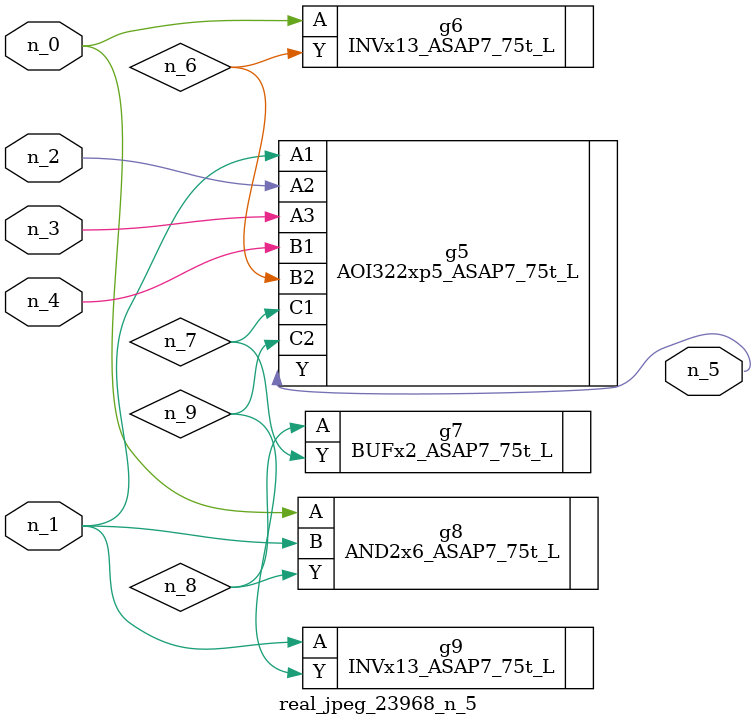
<source format=v>
module real_jpeg_23968_n_5 (n_4, n_0, n_1, n_2, n_3, n_5);

input n_4;
input n_0;
input n_1;
input n_2;
input n_3;

output n_5;

wire n_8;
wire n_6;
wire n_7;
wire n_9;

INVx13_ASAP7_75t_L g6 ( 
.A(n_0),
.Y(n_6)
);

AND2x6_ASAP7_75t_L g8 ( 
.A(n_0),
.B(n_1),
.Y(n_8)
);

AOI322xp5_ASAP7_75t_L g5 ( 
.A1(n_1),
.A2(n_2),
.A3(n_3),
.B1(n_4),
.B2(n_6),
.C1(n_7),
.C2(n_9),
.Y(n_5)
);

INVx13_ASAP7_75t_L g9 ( 
.A(n_1),
.Y(n_9)
);

BUFx2_ASAP7_75t_L g7 ( 
.A(n_8),
.Y(n_7)
);


endmodule
</source>
